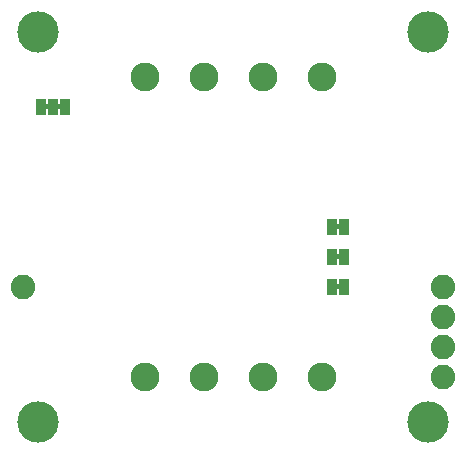
<source format=gbs>
G75*
%MOIN*%
%OFA0B0*%
%FSLAX25Y25*%
%IPPOS*%
%LPD*%
%AMOC8*
5,1,8,0,0,1.08239X$1,22.5*
%
%ADD10C,0.13800*%
%ADD11C,0.08200*%
%ADD12R,0.03300X0.05800*%
%ADD13C,0.00500*%
%ADD14C,0.09658*%
D10*
X0158333Y0210000D03*
X0288333Y0210000D03*
X0288333Y0340000D03*
X0158333Y0340000D03*
D11*
X0153333Y0255000D03*
X0293333Y0255000D03*
X0293333Y0245000D03*
X0293333Y0235000D03*
X0293333Y0225000D03*
D12*
X0260333Y0255000D03*
X0256333Y0255000D03*
X0256333Y0265000D03*
X0260333Y0265000D03*
X0260333Y0275000D03*
X0256333Y0275000D03*
X0167333Y0315000D03*
X0163333Y0315000D03*
X0159333Y0315000D03*
D13*
X0160583Y0315156D02*
X0162083Y0315156D01*
X0162083Y0315500D02*
X0162083Y0314500D01*
X0160583Y0314500D01*
X0160583Y0315500D01*
X0162083Y0315500D01*
X0162083Y0314658D02*
X0160583Y0314658D01*
X0164583Y0314658D02*
X0166083Y0314658D01*
X0166083Y0314500D02*
X0166083Y0315500D01*
X0164583Y0315500D01*
X0164583Y0314500D01*
X0166083Y0314500D01*
X0166083Y0315156D02*
X0164583Y0315156D01*
X0257583Y0275500D02*
X0257583Y0274500D01*
X0259083Y0274500D01*
X0259083Y0275500D01*
X0257583Y0275500D01*
X0257583Y0275275D02*
X0259083Y0275275D01*
X0259083Y0274777D02*
X0257583Y0274777D01*
X0257583Y0265500D02*
X0257583Y0264500D01*
X0259083Y0264500D01*
X0259083Y0265500D01*
X0257583Y0265500D01*
X0257583Y0265305D02*
X0259083Y0265305D01*
X0259083Y0264806D02*
X0257583Y0264806D01*
X0257583Y0255500D02*
X0257583Y0254500D01*
X0259083Y0254500D01*
X0259083Y0255500D01*
X0257583Y0255500D01*
X0257583Y0255335D02*
X0259083Y0255335D01*
X0259083Y0254836D02*
X0257583Y0254836D01*
D14*
X0252861Y0225000D03*
X0233176Y0225000D03*
X0213491Y0225000D03*
X0193806Y0225000D03*
X0193806Y0325000D03*
X0213491Y0325000D03*
X0233176Y0325000D03*
X0252861Y0325000D03*
M02*

</source>
